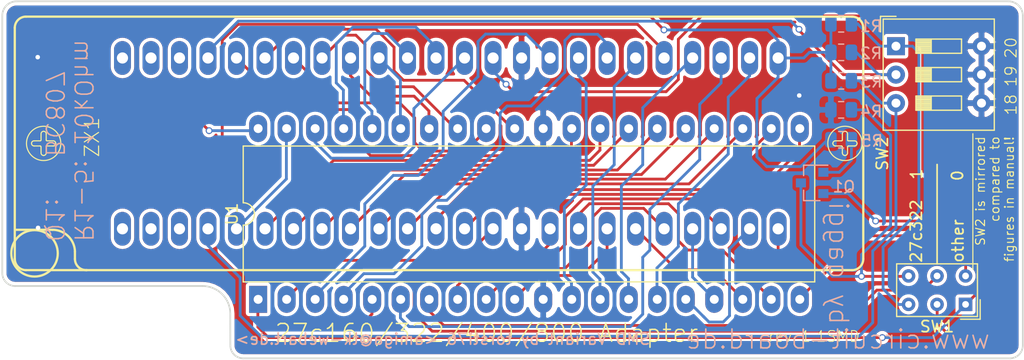
<source format=kicad_pcb>
(kicad_pcb (version 20171130) (host pcbnew 5.1.10)
  (title_block (title "27C160 to TL866 Adapter") (date 2022-01-31) (rev 1.1SMD) (comment 2 "License: GPLv3 License:  GPLv3 (s. license.txt)") (comment 3 "Shrunk and reworked for SMD parts 2022 by Torsten Kurbad <amiga[at]tk-webart.de>") (comment 4 "© 2017 gaggi [https://github.com/gaggi/27c160-tl866-adapter]"))
  (layers (0 Top signal) (31 Bottom signal) (34 B.Paste user) (35 F.Paste user) (36 B.SilkS user) (37 F.SilkS user) (38 B.Mask user) (39 F.Mask user) (44 Edge.Cuts user))
  (net 0 "")
  (net 1 GND)
  (net 2 VCC)
  (net 3 /N$4)
  (net 4 /VPP)
  (net 5 /N$1)
  (net 6 /A20)
  (net 7 /A19)
  (net 8 /A18)
  (net 9 /N$2)
  (net 10 /N$6)
  (net 11 /N$5)
  (net 12 /E)
  (net 13 /D15)
  (net 14 /D14)
  (net 15 /D13)
  (net 16 /D12)
  (net 17 /D11)
  (net 18 /D10)
  (net 19 /D9)
  (net 20 /D8)
  (net 21 /D7)
  (net 22 /D6)
  (net 23 /D5)
  (net 24 /D4)
  (net 25 /D3)
  (net 26 /D2)
  (net 27 /D1)
  (net 28 /D0)
  (net 29 /A0)
  (net 30 /A1)
  (net 31 /A2)
  (net 32 /A3)
  (net 33 /A4)
  (net 34 /A5)
  (net 35 /A6)
  (net 36 /A7)
  (net 37 /A8)
  (net 38 /A9)
  (net 39 /A10)
  (net 40 /A11)
  (net 41 /A12)
  (net 42 /A13)
  (net 43 /A14)
  (net 44 /A15)
  (net 45 /A16)
  (net 46 /A17)
  (module 27C160_Adapter:3M_248-3345 (layer Top) (at 150.4061 96.1136)
    (fp_text reference ZX1 (at -35.0961 -0.5536 90) (layer F.SilkS) (effects (font (size 1.27 1.27) (thickness 0.1016))))
    (fp_text value 3M_248-3345 hide)
    (pad 48 thru_hole oval (at -32.385 -7.62 180) (size 1.50622 3.01498) (drill 0.99822) (layers *.Cu *.Paste *.Mask))
    (pad 47 thru_hole oval (at -29.845 -7.62 180) (size 1.50622 3.01498) (drill 0.99822) (layers *.Cu *.Paste *.Mask))
    (pad 46 thru_hole oval (at -27.305 -7.62 180) (size 1.50622 3.01498) (drill 0.99822) (layers *.Cu *.Paste *.Mask))
    (pad 45 thru_hole oval (at -24.765 -7.62 180) (size 1.50622 3.01498) (drill 0.99822) (layers *.Cu *.Paste *.Mask) (net 7 /A19))
    (pad 44 thru_hole oval (at -22.225 -7.62 180) (size 1.50622 3.01498) (drill 0.99822) (layers *.Cu *.Paste *.Mask) (net 37 /A8))
    (pad 43 thru_hole oval (at -19.685 -7.62 180) (size 1.50622 3.01498) (drill 0.99822) (layers *.Cu *.Paste *.Mask) (net 38 /A9))
    (pad 42 thru_hole oval (at -17.145 -7.62 180) (size 1.50622 3.01498) (drill 0.99822) (layers *.Cu *.Paste *.Mask) (net 39 /A10))
    (pad 41 thru_hole oval (at -14.605 -7.62 180) (size 1.50622 3.01498) (drill 0.99822) (layers *.Cu *.Paste *.Mask) (net 40 /A11))
    (pad 40 thru_hole oval (at -12.065 -7.62 180) (size 1.50622 3.01498) (drill 0.99822) (layers *.Cu *.Paste *.Mask) (net 41 /A12))
    (pad 39 thru_hole oval (at -9.525 -7.62 180) (size 1.50622 3.01498) (drill 0.99822) (layers *.Cu *.Paste *.Mask) (net 42 /A13))
    (pad 38 thru_hole oval (at -6.985 -7.62 180) (size 1.50622 3.01498) (drill 0.99822) (layers *.Cu *.Paste *.Mask) (net 43 /A14))
    (pad 37 thru_hole oval (at -4.445 -7.62 180) (size 1.50622 3.01498) (drill 0.99822) (layers *.Cu *.Paste *.Mask) (net 44 /A15))
    (pad 36 thru_hole oval (at -1.905 -7.62 180) (size 1.50622 3.01498) (drill 0.99822) (layers *.Cu *.Paste *.Mask) (net 45 /A16))
    (pad 35 thru_hole oval (at 0.635 -7.62 180) (size 1.50622 3.01498) (drill 0.99822) (layers *.Cu *.Paste *.Mask) (net 9 /N$2))
    (pad 34 thru_hole oval (at 3.175 -7.62 180) (size 1.50622 3.01498) (drill 0.99822) (layers *.Cu *.Paste *.Mask) (net 1 GND))
    (pad 33 thru_hole oval (at 5.715 -7.62 180) (size 1.50622 3.01498) (drill 0.99822) (layers *.Cu *.Paste *.Mask) (net 13 /D15))
    (pad 32 thru_hole oval (at 8.255 -7.62 180) (size 1.50622 3.01498) (drill 0.99822) (layers *.Cu *.Paste *.Mask) (net 21 /D7))
    (pad 31 thru_hole oval (at 10.795 -7.62 180) (size 1.50622 3.01498) (drill 0.99822) (layers *.Cu *.Paste *.Mask) (net 14 /D14))
    (pad 30 thru_hole oval (at 13.335 -7.62 180) (size 1.50622 3.01498) (drill 0.99822) (layers *.Cu *.Paste *.Mask) (net 22 /D6))
    (pad 29 thru_hole oval (at 15.875 -7.62 180) (size 1.50622 3.01498) (drill 0.99822) (layers *.Cu *.Paste *.Mask) (net 15 /D13))
    (pad 28 thru_hole oval (at 18.415 -7.62 180) (size 1.50622 3.01498) (drill 0.99822) (layers *.Cu *.Paste *.Mask) (net 23 /D5))
    (pad 27 thru_hole oval (at 20.955 -7.62 180) (size 1.50622 3.01498) (drill 0.99822) (layers *.Cu *.Paste *.Mask) (net 16 /D12))
    (pad 26 thru_hole oval (at 23.495 -7.62 180) (size 1.50622 3.01498) (drill 0.99822) (layers *.Cu *.Paste *.Mask) (net 24 /D4))
    (pad 25 thru_hole oval (at 26.035 -7.62 180) (size 1.50622 3.01498) (drill 0.99822) (layers *.Cu *.Paste *.Mask) (net 2 VCC))
    (pad 24 thru_hole oval (at 26.035 7.62 180) (size 1.50622 3.01498) (drill 0.99822) (layers *.Cu *.Paste *.Mask) (net 17 /D11))
    (pad 23 thru_hole oval (at 23.495 7.62 180) (size 1.50622 3.01498) (drill 0.99822) (layers *.Cu *.Paste *.Mask) (net 25 /D3))
    (pad 22 thru_hole oval (at 20.955 7.62 180) (size 1.50622 3.01498) (drill 0.99822) (layers *.Cu *.Paste *.Mask) (net 18 /D10))
    (pad 21 thru_hole oval (at 18.415 7.62 180) (size 1.50622 3.01498) (drill 0.99822) (layers *.Cu *.Paste *.Mask) (net 26 /D2))
    (pad 20 thru_hole oval (at 15.875 7.62 180) (size 1.50622 3.01498) (drill 0.99822) (layers *.Cu *.Paste *.Mask) (net 19 /D9))
    (pad 19 thru_hole oval (at 13.335 7.62 180) (size 1.50622 3.01498) (drill 0.99822) (layers *.Cu *.Paste *.Mask) (net 27 /D1))
    (pad 18 thru_hole oval (at 10.795 7.62 180) (size 1.50622 3.01498) (drill 0.99822) (layers *.Cu *.Paste *.Mask) (net 20 /D8))
    (pad 17 thru_hole oval (at 8.255 7.62 180) (size 1.50622 3.01498) (drill 0.99822) (layers *.Cu *.Paste *.Mask) (net 28 /D0))
    (pad 16 thru_hole oval (at 5.715 7.62 180) (size 1.50622 3.01498) (drill 0.99822) (layers *.Cu *.Paste *.Mask) (net 10 /N$6))
    (pad 15 thru_hole oval (at 3.175 7.62 180) (size 1.50622 3.01498) (drill 0.99822) (layers *.Cu *.Paste *.Mask) (net 1 GND))
    (pad 14 thru_hole oval (at 0.635 7.62 180) (size 1.50622 3.01498) (drill 0.99822) (layers *.Cu *.Paste *.Mask) (net 12 /E))
    (pad 13 thru_hole oval (at -1.905 7.62 180) (size 1.50622 3.01498) (drill 0.99822) (layers *.Cu *.Paste *.Mask) (net 29 /A0))
    (pad 12 thru_hole oval (at -4.445 7.62 180) (size 1.50622 3.01498) (drill 0.99822) (layers *.Cu *.Paste *.Mask) (net 30 /A1))
    (pad 11 thru_hole oval (at -6.985 7.62 180) (size 1.50622 3.01498) (drill 0.99822) (layers *.Cu *.Paste *.Mask) (net 31 /A2))
    (pad 10 thru_hole oval (at -9.525 7.62 180) (size 1.50622 3.01498) (drill 0.99822) (layers *.Cu *.Paste *.Mask) (net 32 /A3))
    (pad 9 thru_hole oval (at -12.065 7.62 180) (size 1.50622 3.01498) (drill 0.99822) (layers *.Cu *.Paste *.Mask) (net 33 /A4))
    (pad 8 thru_hole oval (at -14.605 7.62 180) (size 1.50622 3.01498) (drill 0.99822) (layers *.Cu *.Paste *.Mask) (net 34 /A5))
    (pad 7 thru_hole oval (at -17.145 7.62 180) (size 1.50622 3.01498) (drill 0.99822) (layers *.Cu *.Paste *.Mask) (net 35 /A6))
    (pad 6 thru_hole oval (at -19.685 7.62 180) (size 1.50622 3.01498) (drill 0.99822) (layers *.Cu *.Paste *.Mask) (net 36 /A7))
    (pad 5 thru_hole oval (at -22.225 7.62 180) (size 1.50622 3.01498) (drill 0.99822) (layers *.Cu *.Paste *.Mask) (net 46 /A17))
    (pad 4 thru_hole oval (at -24.765 7.62 180) (size 1.50622 3.01498) (drill 0.99822) (layers *.Cu *.Paste *.Mask) (net 8 /A18))
    (pad 3 thru_hole oval (at -27.305 7.62 180) (size 1.50622 3.01498) (drill 0.99822) (layers *.Cu *.Paste *.Mask))
    (pad 2 thru_hole oval (at -29.845 7.62 180) (size 1.50622 3.01498) (drill 0.99822) (layers *.Cu *.Paste *.Mask))
    (pad 1 thru_hole oval (at -32.385 7.62 180) (size 1.50622 3.01498) (drill 0.99822) (layers *.Cu *.Paste *.Mask))
  )
  (module Package_DIP:DIP-40_W15.24mm_LongPads (layer Top) (at 130.11 110.03 90)
    (fp_text reference U1 (at 7.62 -2.33 90) (layer F.SilkS))
    (fp_text value 27C4002)
    (pad 40 thru_hole oval (at 15.24 0 90) (size 2.4 1.6) (drill 0.8) (layers *.Cu *.Mask) (net 2 VCC))
    (pad 20 thru_hole oval (at 0 48.26 90) (size 2.4 1.6) (drill 0.8) (layers *.Cu *.Mask) (net 11 /N$5))
    (pad 39 thru_hole oval (at 15.24 2.54 90) (size 2.4 1.6) (drill 0.8) (layers *.Cu *.Mask) (net 46 /A17))
    (pad 19 thru_hole oval (at 0 45.72 90) (size 2.4 1.6) (drill 0.8) (layers *.Cu *.Mask) (net 28 /D0))
    (pad 38 thru_hole oval (at 15.24 5.08 90) (size 2.4 1.6) (drill 0.8) (layers *.Cu *.Mask) (net 45 /A16))
    (pad 18 thru_hole oval (at 0 43.18 90) (size 2.4 1.6) (drill 0.8) (layers *.Cu *.Mask) (net 27 /D1))
    (pad 37 thru_hole oval (at 15.24 7.62 90) (size 2.4 1.6) (drill 0.8) (layers *.Cu *.Mask) (net 44 /A15))
    (pad 17 thru_hole oval (at 0 40.64 90) (size 2.4 1.6) (drill 0.8) (layers *.Cu *.Mask) (net 26 /D2))
    (pad 36 thru_hole oval (at 15.24 10.16 90) (size 2.4 1.6) (drill 0.8) (layers *.Cu *.Mask) (net 43 /A14))
    (pad 16 thru_hole oval (at 0 38.1 90) (size 2.4 1.6) (drill 0.8) (layers *.Cu *.Mask) (net 25 /D3))
    (pad 35 thru_hole oval (at 15.24 12.7 90) (size 2.4 1.6) (drill 0.8) (layers *.Cu *.Mask) (net 42 /A13))
    (pad 15 thru_hole oval (at 0 35.56 90) (size 2.4 1.6) (drill 0.8) (layers *.Cu *.Mask) (net 24 /D4))
    (pad 34 thru_hole oval (at 15.24 15.24 90) (size 2.4 1.6) (drill 0.8) (layers *.Cu *.Mask) (net 41 /A12))
    (pad 14 thru_hole oval (at 0 33.02 90) (size 2.4 1.6) (drill 0.8) (layers *.Cu *.Mask) (net 23 /D5))
    (pad 33 thru_hole oval (at 15.24 17.78 90) (size 2.4 1.6) (drill 0.8) (layers *.Cu *.Mask) (net 40 /A11))
    (pad 13 thru_hole oval (at 0 30.48 90) (size 2.4 1.6) (drill 0.8) (layers *.Cu *.Mask) (net 22 /D6))
    (pad 32 thru_hole oval (at 15.24 20.32 90) (size 2.4 1.6) (drill 0.8) (layers *.Cu *.Mask) (net 39 /A10))
    (pad 12 thru_hole oval (at 0 27.94 90) (size 2.4 1.6) (drill 0.8) (layers *.Cu *.Mask) (net 21 /D7))
    (pad 31 thru_hole oval (at 15.24 22.86 90) (size 2.4 1.6) (drill 0.8) (layers *.Cu *.Mask) (net 38 /A9))
    (pad 11 thru_hole oval (at 0 25.4 90) (size 2.4 1.6) (drill 0.8) (layers *.Cu *.Mask) (net 1 GND))
    (pad 30 thru_hole oval (at 15.24 25.4 90) (size 2.4 1.6) (drill 0.8) (layers *.Cu *.Mask) (net 1 GND))
    (pad 10 thru_hole oval (at 0 22.86 90) (size 2.4 1.6) (drill 0.8) (layers *.Cu *.Mask) (net 20 /D8))
    (pad 29 thru_hole oval (at 15.24 27.94 90) (size 2.4 1.6) (drill 0.8) (layers *.Cu *.Mask) (net 37 /A8))
    (pad 9 thru_hole oval (at 0 20.32 90) (size 2.4 1.6) (drill 0.8) (layers *.Cu *.Mask) (net 19 /D9))
    (pad 28 thru_hole oval (at 15.24 30.48 90) (size 2.4 1.6) (drill 0.8) (layers *.Cu *.Mask) (net 36 /A7))
    (pad 8 thru_hole oval (at 0 17.78 90) (size 2.4 1.6) (drill 0.8) (layers *.Cu *.Mask) (net 18 /D10))
    (pad 27 thru_hole oval (at 15.24 33.02 90) (size 2.4 1.6) (drill 0.8) (layers *.Cu *.Mask) (net 35 /A6))
    (pad 7 thru_hole oval (at 0 15.24 90) (size 2.4 1.6) (drill 0.8) (layers *.Cu *.Mask) (net 17 /D11))
    (pad 26 thru_hole oval (at 15.24 35.56 90) (size 2.4 1.6) (drill 0.8) (layers *.Cu *.Mask) (net 34 /A5))
    (pad 6 thru_hole oval (at 0 12.7 90) (size 2.4 1.6) (drill 0.8) (layers *.Cu *.Mask) (net 16 /D12))
    (pad 25 thru_hole oval (at 15.24 38.1 90) (size 2.4 1.6) (drill 0.8) (layers *.Cu *.Mask) (net 33 /A4))
    (pad 5 thru_hole oval (at 0 10.16 90) (size 2.4 1.6) (drill 0.8) (layers *.Cu *.Mask) (net 15 /D13))
    (pad 24 thru_hole oval (at 15.24 40.64 90) (size 2.4 1.6) (drill 0.8) (layers *.Cu *.Mask) (net 32 /A3))
    (pad 4 thru_hole oval (at 0 7.62 90) (size 2.4 1.6) (drill 0.8) (layers *.Cu *.Mask) (net 14 /D14))
    (pad 23 thru_hole oval (at 15.24 43.18 90) (size 2.4 1.6) (drill 0.8) (layers *.Cu *.Mask) (net 31 /A2))
    (pad 3 thru_hole oval (at 0 5.08 90) (size 2.4 1.6) (drill 0.8) (layers *.Cu *.Mask) (net 13 /D15))
    (pad 22 thru_hole oval (at 15.24 45.72 90) (size 2.4 1.6) (drill 0.8) (layers *.Cu *.Mask) (net 30 /A1))
    (pad 2 thru_hole oval (at 0 2.54 90) (size 2.4 1.6) (drill 0.8) (layers *.Cu *.Mask) (net 12 /E))
    (pad 21 thru_hole oval (at 15.24 48.26 90) (size 2.4 1.6) (drill 0.8) (layers *.Cu *.Mask) (net 29 /A0))
    (pad 1 thru_hole rect (at 0 0 90) (size 2.4 1.6) (drill 0.8) (layers *.Cu *.Mask) (net 4 /VPP))
  )
  (module Button_Switch_THT:SW_NKK_GW12LJP (layer Top) (at 193.14 110.48 180)
    (fp_text reference SW1 (at 2.54 -1.98) (layer F.SilkS))
    (fp_text value MS22D16)
    (pad 6 thru_hole circle (at 5.08 2.54 180) (size 1.2 1.2) (drill 0.6) (layers *.Cu *.Mask) (net 3 /N$4))
    (pad 3 thru_hole circle (at 5.08 0 180) (size 1.2 1.2) (drill 0.6) (layers *.Cu *.Mask) (net 6 /A20))
    (pad 5 thru_hole circle (at 2.54 2.54 180) (size 1.2 1.2) (drill 0.6) (layers *.Cu *.Mask) (net 10 /N$6))
    (pad 2 thru_hole circle (at 2.54 0 180) (size 1.2 1.2) (drill 0.6) (layers *.Cu *.Mask) (net 9 /N$2))
    (pad 4 thru_hole circle (at 0 2.54 180) (size 1.2 1.2) (drill 0.6) (layers *.Cu *.Mask) (net 11 /N$5))
    (pad 1 thru_hole rect (at 0 0 180) (size 1.2 1.2) (drill 0.6) (layers *.Cu *.Mask) (net 4 /VPP))
  )
  (module Button_Switch_THT:SW_DIP_SPSTx03_Slide_9.78x9.8mm_W7.62mm_P2.54mm (layer Top) (at 186.94 87.44)
    (fp_text reference SW2 (at -1.22 9.58 90) (layer F.SilkS))
    (fp_text value DIP)
    (pad 6 thru_hole oval (at 7.62 0) (size 1.6 1.6) (drill 0.8) (layers *.Cu *.Mask) (net 1 GND))
    (pad 3 thru_hole oval (at 0 5.08) (size 1.6 1.6) (drill 0.8) (layers *.Cu *.Mask) (net 8 /A18))
    (pad 5 thru_hole oval (at 7.62 2.54) (size 1.6 1.6) (drill 0.8) (layers *.Cu *.Mask) (net 1 GND))
    (pad 2 thru_hole oval (at 0 2.54) (size 1.6 1.6) (drill 0.8) (layers *.Cu *.Mask) (net 7 /A19))
    (pad 4 thru_hole oval (at 7.62 5.08) (size 1.6 1.6) (drill 0.8) (layers *.Cu *.Mask) (net 1 GND))
    (pad 1 thru_hole rect (at 0 0) (size 1.6 1.6) (drill 0.8) (layers *.Cu *.Mask) (net 6 /A20))
  )
  (module Resistor_SMD:R_0805_2012Metric (layer Bottom) (at 182.0564 95.79)
    (fp_text reference R5 (at 2.7436 0.1061 180) (layer B.SilkS) (effects (justify mirror)))
    (fp_text value 10k)
    (pad 2 smd roundrect (at 0.9125 0) (size 1.025 1.4) (layers Bottom B.Paste B.Mask) (roundrect_rratio 0.2439014634146341) (net 5 /N$1))
    (pad 1 smd roundrect (at -0.9125 0) (size 1.025 1.4) (layers Bottom B.Paste B.Mask) (roundrect_rratio 0.2439014634146341) (net 2 VCC))
  )
  (module Resistor_SMD:R_0805_2012Metric (layer Bottom) (at 182.0564 93.12)
    (fp_text reference R4 (at 2.6836 0.15 180) (layer B.SilkS) (effects (justify mirror)))
    (fp_text value 10k)
    (pad 2 smd roundrect (at 0.9125 0) (size 1.025 1.4) (layers Bottom B.Paste B.Mask) (roundrect_rratio 0.2439014634146341) (net 3 /N$4))
    (pad 1 smd roundrect (at -0.9125 0) (size 1.025 1.4) (layers Bottom B.Paste B.Mask) (roundrect_rratio 0.2439014634146341) (net 1 GND))
  )
  (module Resistor_SMD:R_0805_2012Metric (layer Bottom) (at 182.0564 90.53 180)
    (fp_text reference R3 (at -2.6936 -0.0861 180) (layer B.SilkS) (effects (justify mirror)))
    (fp_text value 10k)
    (pad 2 smd roundrect (at 0.9125 0 180) (size 1.025 1.4) (layers Bottom B.Paste B.Mask) (roundrect_rratio 0.2439014634146341) (net 2 VCC))
    (pad 1 smd roundrect (at -0.9125 0 180) (size 1.025 1.4) (layers Bottom B.Paste B.Mask) (roundrect_rratio 0.2439014634146341) (net 8 /A18))
  )
  (module Resistor_SMD:R_0805_2012Metric (layer Bottom) (at 182.0564 87.99 180)
    (fp_text reference R2 (at -2.6636 -0.0861 180) (layer B.SilkS) (effects (justify mirror)))
    (fp_text value 10k)
    (pad 2 smd roundrect (at 0.9125 0 180) (size 1.025 1.4) (layers Bottom B.Paste B.Mask) (roundrect_rratio 0.2439014634146341) (net 2 VCC))
    (pad 1 smd roundrect (at -0.9125 0 180) (size 1.025 1.4) (layers Bottom B.Paste B.Mask) (roundrect_rratio 0.2439014634146341) (net 7 /A19))
  )
  (module Resistor_SMD:R_0805_2012Metric (layer Bottom) (at 182.0564 85.4439 180)
    (fp_text reference R1 (at -2.6636 -0.2161 180) (layer B.SilkS) (effects (justify mirror)))
    (fp_text value 10k)
    (pad 2 smd roundrect (at 0.9125 0 180) (size 1.025 1.4) (layers Bottom B.Paste B.Mask) (roundrect_rratio 0.2439014634146341) (net 2 VCC))
    (pad 1 smd roundrect (at -0.9125 0 180) (size 1.025 1.4) (layers Bottom B.Paste B.Mask) (roundrect_rratio 0.2439014634146341) (net 6 /A20))
  )
  (module Package_TO_SOT_SMD:SOT-23 (layer Bottom) (at 179.47 99.64 180)
    (fp_text reference Q1 (at -2.83 -0.34) (layer B.SilkS) (effects (justify mirror)))
    (fp_text value BC807)
    (pad 3 smd rect (at 1 0 180) (size 0.9 0.8) (layers Bottom B.Paste B.Mask) (net 3 /N$4))
    (pad 2 smd rect (at -1 -0.95 180) (size 0.9 0.8) (layers Bottom B.Paste B.Mask) (net 4 /VPP))
    (pad 1 smd rect (at -1 0.95 180) (size 0.9 0.8) (layers Bottom B.Paste B.Mask) (net 5 /N$1))
  )
  (gr_arc (start 125.15 111.32) (end 127.63 111.32) (angle -90) (layer Edge.Cuts) (width 0.15))
  (gr_line (start 193.79 95.25) (end 193.79 107.38) (layer F.SilkS) (width 0.1))
  (gr_text "SW2 is mirrored\ncompared to\nfigures in manual!" (at 195.75 95.43 90) (layer F.SilkS) (effects (font (size 0.8 0.8) (thickness 0.1)) (justify right)))
  (gr_text "SMD Variant by torsti76 <amiga@tk-webart.de>" (at 146.56 113.57) (layer B.SilkS) (effects (font (size 1 1)) (justify mirror)))
  (gr_text 0 (at 191.83 99.56 90) (layer F.SilkS) (effects (font (size 1 1)) (justify left top)))
  (gr_text 1 (at 189.35 99.43 90) (layer F.SilkS) (effects (font (size 1 1)) (justify left bottom)))
  (gr_arc (start 108.585 84.709) (end 107.315 84.709) (angle 90) (layer Edge.Cuts) (width 0.15))
  (gr_line (start 107.315 107.696) (end 107.315 84.709) (layer Edge.Cuts) (width 0.15))
  (gr_arc (start 197.095 114.149) (end 198.238 114.149) (angle 90) (layer Edge.Cuts) (width 0.15))
  (gr_arc (start 108.458 107.696) (end 108.458 108.839) (angle 90) (layer Edge.Cuts) (width 0.15))
  (gr_line (start 125.15 108.84) (end 108.458 108.839) (layer Edge.Cuts) (width 0.15))
  (gr_line (start 127.635 114.149) (end 127.63 111.32) (layer Edge.Cuts) (width 0.15))
  (gr_arc (start 128.778 114.149) (end 128.778 115.292) (angle 90) (layer Edge.Cuts) (width 0.15))
  (gr_line (start 197.095 115.292) (end 128.778 115.292) (layer Edge.Cuts) (width 0.15))
  (gr_line (start 198.238 84.709) (end 198.238 114.149) (layer Edge.Cuts) (width 0.15))
  (gr_arc (start 196.968 84.709) (end 196.968 83.439) (angle 90) (layer Edge.Cuts) (width 0.15))
  (gr_line (start 108.585 83.439) (end 196.968 83.439) (layer Edge.Cuts) (width 0.15))
  (gr_text "27c160/322/400/800 Adapter" (at 131.49 113.97) (layer F.SilkS) (effects (font (size 1.59258 1.59258) (thickness 0.134112)) (justify left bottom)))
  (gr_text 18 (at 196.5986 91.643 90) (layer F.SilkS) (effects (font (size 1 1) (thickness 0.1)) (justify right top)))
  (gr_text 19 (at 196.5986 89.103 90) (layer F.SilkS) (effects (font (size 1 1) (thickness 0.1)) (justify right top)))
  (gr_text 20 (at 196.5986 86.563 90) (layer F.SilkS) (effects (font (size 1 1) (thickness 0.1)) (justify right top)))
  (gr_line (start 190.6036 106.8439) (end 190.6036 98) (layer F.SilkS) (width 0.15))
  (gr_text 27c322 (at 189.3336 106.8439 90) (layer F.SilkS) (effects (font (size 1 1)) (justify left bottom)))
  (gr_text other (at 191.8736 106.8439 90) (layer F.SilkS) (effects (font (size 1 1)) (justify left top)))
  (gr_text "R1-5: 10kOhm\nQ1:   BC807" (at 111.0361 105.0036 -90) (layer B.SilkS) (effects (font (size 1.59258 1.59258) (thickness 0.134112)) (justify left bottom mirror)))
  (gr_text www.circuit-board.de (at 168.05 112.6) (layer B.SilkS) (effects (font (size 1.6891 1.6891) (thickness 0.14224)) (justify right top mirror)))
  (gr_text "by gaggi" (at 182.81 101.2 270) (layer B.SilkS) (effects (font (size 1.6891 1.6891) (thickness 0.14224)) (justify right top mirror)))
  (gr_text "rev 1.1SMD" (at 175.49 113.9) (layer F.SilkS) (effects (font (size 0.9652 0.9652) (thickness 0.08128)) (justify left bottom)))
  (via (at 110.47 88.42) (size 0.6) (drill 0.4) (layers Top Bottom) (net 1))
  (via (at 110.5 103.65) (size 0.6) (drill 0.4) (layers Top Bottom) (net 1))
  (via (at 178.32 91.84) (size 0.6) (drill 0.4) (layers Top Bottom) (net 1))
  (segment (start 181.1439 85.4439) (end 181.1439 90.53) (width 0.25) (layer Bottom) (net 2))
  (segment (start 176.4411 88.4936) (end 178.7264 88.4936) (width 0.25) (layer Bottom) (net 2))
  (segment (start 179.23 87.99) (end 181.1439 87.99) (width 0.25) (layer Bottom) (net 2))
  (segment (start 178.7264 88.4936) (end 179.23 87.99) (width 0.25) (layer Bottom) (net 2))
  (segment (start 181.1439 95.79) (end 180.84 95.79) (width 0.25) (layer Bottom) (net 2))
  (segment (start 180.84 95.79) (end 178.45 98.18) (width 0.25) (layer Bottom) (net 2))
  (segment (start 178.45 98.18) (end 175.42 98.18) (width 0.25) (layer Bottom) (net 2))
  (segment (start 175.42 98.18) (end 174.55 97.31) (width 0.25) (layer Bottom) (net 2))
  (segment (start 174.55 97.31) (end 174.55 92.11) (width 0.25) (layer Bottom) (net 2))
  (segment (start 176.4411 90.2189) (end 176.4411 88.4936) (width 0.25) (layer Bottom) (net 2))
  (segment (start 174.55 92.11) (end 176.4411 90.2189) (width 0.25) (layer Bottom) (net 2))
  (segment (start 176.4411 88.4936) (end 176.4411 86.9411) (width 0.25) (layer Bottom) (net 2))
  (via (at 166.27 85.99) (size 0.6) (drill 0.4) (layers Top Bottom) (net 2))
  (segment (start 175.49 85.99) (end 166.27 85.99) (width 0.25) (layer Bottom) (net 2))
  (segment (start 176.4411 86.9411) (end 175.49 85.99) (width 0.25) (layer Bottom) (net 2))
  (segment (start 166.27 85.99) (end 165.08 84.8) (width 0.25) (layer Top) (net 2))
  (segment (start 165.08 84.8) (end 125.53 84.8) (width 0.25) (layer Top) (net 2))
  (segment (start 125.53 84.8) (end 124.4 85.93) (width 0.25) (layer Top) (net 2))
  (via (at 125.74 94.98) (size 0.6) (drill 0.4) (layers Top Bottom) (net 2))
  (segment (start 124.4 93.64) (end 125.74 94.98) (width 0.25) (layer Top) (net 2))
  (segment (start 124.4 85.93) (end 124.4 93.64) (width 0.25) (layer Top) (net 2))
  (segment (start 130.0747 94.98) (end 130.0861 94.9686) (width 0.25) (layer Bottom) (net 2))
  (segment (start 125.74 94.98) (end 130.0747 94.98) (width 0.25) (layer Bottom) (net 2))
  (segment (start 182.9689 93.12) (end 184.2 93.12) (width 0.25) (layer Bottom) (net 3))
  (segment (start 184.2 93.12) (end 186.46 95.38) (width 0.25) (layer Bottom) (net 3))
  (segment (start 186.46 95.38) (end 186.46 103.44) (width 0.25) (layer Bottom) (net 3))
  (via (at 183.87 107.98) (size 0.6) (drill 0.4) (layers Top Bottom) (net 3))
  (segment (start 183.87 106.03) (end 183.87 107.98) (width 0.25) (layer Bottom) (net 3))
  (segment (start 186.46 103.44) (end 183.87 106.03) (width 0.25) (layer Bottom) (net 3))
  (segment (start 188.04 107.98) (end 188.07 107.95) (width 0.25) (layer Top) (net 3))
  (segment (start 183.87 107.98) (end 188.04 107.98) (width 0.25) (layer Top) (net 3))
  (segment (start 178.47 99.64) (end 178.47 105.18) (width 0.25) (layer Bottom) (net 3))
  (segment (start 181.27 107.98) (end 183.87 107.98) (width 0.25) (layer Bottom) (net 3))
  (segment (start 178.47 105.18) (end 181.27 107.98) (width 0.25) (layer Bottom) (net 3))
  (via (at 185.72 113.44) (size 0.6) (drill 0.4) (layers Top Bottom) (net 4))
  (segment (start 190.2 113.44) (end 185.72 113.44) (width 0.25) (layer Bottom) (net 4))
  (segment (start 193.15 110.49) (end 190.2 113.44) (width 0.25) (layer Bottom) (net 4))
  (segment (start 185.72 113.44) (end 131.03 113.44) (width 0.25) (layer Top) (net 4))
  (segment (start 130.0861 112.4961) (end 130.0861 109.9586) (width 0.25) (layer Top) (net 4))
  (segment (start 131.03 113.44) (end 130.0861 112.4961) (width 0.25) (layer Top) (net 4))
  (via (at 185.13 103.04) (size 0.6) (drill 0.4) (layers Top Bottom) (net 4))
  (segment (start 182.68 100.59) (end 185.13 103.04) (width 0.25) (layer Bottom) (net 4))
  (segment (start 180.47 100.59) (end 182.68 100.59) (width 0.25) (layer Bottom) (net 4))
  (segment (start 185.13 103.04) (end 192.06 103.04) (width 0.25) (layer Top) (net 4))
  (segment (start 192.06 103.04) (end 194.74 105.72) (width 0.25) (layer Top) (net 4))
  (segment (start 194.74 108.9) (end 193.15 110.49) (width 0.25) (layer Top) (net 4))
  (segment (start 194.74 105.72) (end 194.74 108.9) (width 0.25) (layer Top) (net 4))
  (segment (start 180.47 98.69) (end 181.88 98.69) (width 0.25) (layer Bottom) (net 5))
  (segment (start 182.9689 97.6011) (end 182.9689 95.79) (width 0.25) (layer Bottom) (net 5))
  (segment (start 181.88 98.69) (end 182.9689 97.6011) (width 0.25) (layer Bottom) (net 5))
  (segment (start 182.9689 85.4439) (end 183.5139 85.4439) (width 0.25) (layer Bottom) (net 6))
  (segment (start 185.51 87.44) (end 186.94 87.44) (width 0.25) (layer Bottom) (net 6))
  (segment (start 183.5139 85.4439) (end 185.51 87.44) (width 0.25) (layer Bottom) (net 6))
  (segment (start 188.07 110.49) (end 187.19 110.49) (width 0.25) (layer Bottom) (net 6))
  (segment (start 187.19 110.49) (end 185.79 109.09) (width 0.25) (layer Bottom) (net 6))
  (segment (start 185.79 105.359092) (end 188.98 102.169092) (width 0.25) (layer Bottom) (net 6))
  (segment (start 185.79 109.09) (end 185.79 105.359092) (width 0.25) (layer Bottom) (net 6))
  (segment (start 188.98 102.169092) (end 188.98 88.01) (width 0.25) (layer Bottom) (net 6))
  (segment (start 188.41 87.44) (end 186.94 87.44) (width 0.25) (layer Bottom) (net 6))
  (segment (start 188.98 88.01) (end 188.41 87.44) (width 0.25) (layer Bottom) (net 6))
  (segment (start 182.9689 87.99) (end 183.4 87.99) (width 0.25) (layer Bottom) (net 7))
  (segment (start 185.39 89.98) (end 186.94 89.98) (width 0.25) (layer Bottom) (net 7))
  (segment (start 183.4 87.99) (end 185.39 89.98) (width 0.25) (layer Bottom) (net 7))
  (segment (start 186.94 89.98) (end 182.25 89.98) (width 0.25) (layer Top) (net 7))
  (via (at 178.3 85.93) (size 0.6) (drill 0.4) (layers Top Bottom) (net 7))
  (segment (start 178.3 86.03) (end 178.3 85.93) (width 0.25) (layer Top) (net 7))
  (segment (start 182.25 89.98) (end 178.3 86.03) (width 0.25) (layer Top) (net 7))
  (segment (start 177.58 85.21) (end 178.3 85.93) (width 0.25) (layer Bottom) (net 7))
  (segment (start 128.34 85.21) (end 177.58 85.21) (width 0.25) (layer Bottom) (net 7))
  (segment (start 125.6411 87.9089) (end 128.34 85.21) (width 0.25) (layer Bottom) (net 7))
  (segment (start 125.6411 88.4936) (end 125.6411 87.9089) (width 0.25) (layer Bottom) (net 7))
  (segment (start 182.9689 90.53) (end 183.68 90.53) (width 0.25) (layer Bottom) (net 8))
  (segment (start 185.67 92.52) (end 186.94 92.52) (width 0.25) (layer Bottom) (net 8))
  (segment (start 183.68 90.53) (end 185.67 92.52) (width 0.25) (layer Bottom) (net 8))
  (segment (start 186.94 92.52) (end 186.94 103.64) (width 0.25) (layer Bottom) (net 8))
  (segment (start 186.94 103.64) (end 184.87 105.71) (width 0.25) (layer Bottom) (net 8))
  (segment (start 184.87 109.87) (end 184.87 110.12) (width 0.25) (layer Bottom) (net 8))
  (segment (start 184.87 105.71) (end 184.87 109.87) (width 0.25) (layer Bottom) (net 8))
  (segment (start 184.87 112.1) (end 184.87 109.87) (width 0.25) (layer Bottom) (net 8))
  (segment (start 183.65 113.32) (end 184.87 112.1) (width 0.25) (layer Bottom) (net 8))
  (segment (start 130.35 113.32) (end 183.65 113.32) (width 0.25) (layer Bottom) (net 8))
  (segment (start 128.51 111.48) (end 130.35 113.32) (width 0.25) (layer Bottom) (net 8))
  (segment (start 128.51 108.1) (end 128.51 111.48) (width 0.25) (layer Bottom) (net 8))
  (segment (start 125.6411 105.2311) (end 128.51 108.1) (width 0.25) (layer Bottom) (net 8))
  (segment (start 125.6411 103.7336) (end 125.6411 105.2311) (width 0.25) (layer Bottom) (net 8))
  (via (at 152.2 90.83) (size 0.6) (drill 0.4) (layers Top Bottom) (net 9))
  (segment (start 151.0411 89.6711) (end 152.2 90.83) (width 0.25) (layer Bottom) (net 9))
  (segment (start 151.0411 88.4936) (end 151.0411 89.6711) (width 0.25) (layer Bottom) (net 9))
  (segment (start 190.61 112.16) (end 190.61 110.49) (width 0.25) (layer Top) (net 9))
  (segment (start 167.55 90.41) (end 167.55 86.82) (width 0.25) (layer Top) (net 9))
  (segment (start 152.87 91.5) (end 166.46 91.5) (width 0.25) (layer Top) (net 9))
  (segment (start 167.55 86.82) (end 169.627401 84.742599) (width 0.25) (layer Top) (net 9))
  (segment (start 195.8 105.01) (end 195.8 111.55) (width 0.25) (layer Top) (net 9))
  (segment (start 193.96 113.39) (end 191.84 113.39) (width 0.25) (layer Top) (net 9))
  (segment (start 169.627401 84.742599) (end 187.872599 84.742599) (width 0.25) (layer Top) (net 9))
  (segment (start 152.2 90.83) (end 152.87 91.5) (width 0.25) (layer Top) (net 9))
  (segment (start 187.872599 84.742599) (end 189.32 86.19) (width 0.25) (layer Top) (net 9))
  (segment (start 189.32 86.19) (end 189.32 98.53) (width 0.25) (layer Top) (net 9))
  (segment (start 189.32 98.53) (end 195.8 105.01) (width 0.25) (layer Top) (net 9))
  (segment (start 195.8 111.55) (end 193.96 113.39) (width 0.25) (layer Top) (net 9))
  (segment (start 166.46 91.5) (end 167.55 90.41) (width 0.25) (layer Top) (net 9))
  (segment (start 191.84 113.39) (end 190.61 112.16) (width 0.25) (layer Top) (net 9))
  (segment (start 189.35 109.21) (end 190.61 107.95) (width 0.25) (layer Top) (net 10))
  (segment (start 145.62 112.87) (end 181.57 112.87) (width 0.25) (layer Top) (net 10))
  (segment (start 185.23 109.21) (end 189.35 109.21) (width 0.25) (layer Top) (net 10))
  (segment (start 148.26 107.48) (end 144.48 107.48) (width 0.25) (layer Top) (net 10))
  (segment (start 144.01 111.26) (end 145.62 112.87) (width 0.25) (layer Top) (net 10))
  (segment (start 149.67 106.07) (end 148.26 107.48) (width 0.25) (layer Top) (net 10))
  (segment (start 181.57 112.87) (end 185.23 109.21) (width 0.25) (layer Top) (net 10))
  (segment (start 155.1 106.07) (end 149.67 106.07) (width 0.25) (layer Top) (net 10))
  (segment (start 144.01 107.95) (end 144.01 111.26) (width 0.25) (layer Top) (net 10))
  (segment (start 156.1211 105.0489) (end 155.1 106.07) (width 0.25) (layer Top) (net 10))
  (segment (start 144.48 107.48) (end 144.01 107.95) (width 0.25) (layer Top) (net 10))
  (segment (start 156.1211 103.7336) (end 156.1211 105.0489) (width 0.25) (layer Top) (net 10))
  (segment (start 193.15 107.95) (end 193.15 105.32) (width 0.25) (layer Top) (net 11))
  (segment (start 193.15 105.32) (end 192.19 104.36) (width 0.25) (layer Top) (net 11))
  (segment (start 183.9447 104.36) (end 178.3461 109.9586) (width 0.25) (layer Top) (net 11))
  (segment (start 192.19 104.36) (end 183.9447 104.36) (width 0.25) (layer Top) (net 11))
  (segment (start 151.0411 103.7336) (end 148.2236 106.5511) (width 0.25) (layer Top) (net 12))
  (segment (start 148.2236 106.5511) (end 136.0336 106.5511) (width 0.25) (layer Top) (net 12))
  (segment (start 136.0336 106.5511) (end 132.6261 109.9586) (width 0.25) (layer Top) (net 12))
  (segment (start 135.1661 109.7339) (end 135.1661 109.9586) (width 0.25) (layer Bottom) (net 13))
  (segment (start 139.6111 105.2889) (end 135.1661 109.7339) (width 0.25) (layer Bottom) (net 13))
  (segment (start 139.6111 101.5111) (end 139.6111 105.2889) (width 0.25) (layer Bottom) (net 13))
  (segment (start 142.1511 98.9711) (end 139.6111 101.5111) (width 0.25) (layer Bottom) (net 13))
  (segment (start 146.5961 96.7486) (end 144.3736 98.9711) (width 0.25) (layer Bottom) (net 13))
  (segment (start 146.5961 93.2561) (end 146.5961 96.7486) (width 0.25) (layer Bottom) (net 13))
  (segment (start 144.3736 98.9711) (end 142.1511 98.9711) (width 0.25) (layer Bottom) (net 13))
  (segment (start 149.7 90.1522) (end 146.5961 93.2561) (width 0.25) (layer Bottom) (net 13))
  (segment (start 149.7 87.03) (end 149.7 90.1522) (width 0.25) (layer Bottom) (net 13))
  (segment (start 150.37 86.36) (end 149.7 87.03) (width 0.25) (layer Bottom) (net 13))
  (segment (start 153.9875 86.36) (end 150.37 86.36) (width 0.25) (layer Bottom) (net 13))
  (segment (start 156.1211 88.4936) (end 153.9875 86.36) (width 0.25) (layer Bottom) (net 13))
  (segment (start 161.2011 87.2236) (end 161.2011 88.4936) (width 0.25) (layer Bottom) (net 14))
  (segment (start 160.3575 86.38) (end 161.2011 87.2236) (width 0.25) (layer Bottom) (net 14))
  (segment (start 158 86.38) (end 160.3575 86.38) (width 0.25) (layer Bottom) (net 14))
  (segment (start 137.7061 109.9586) (end 137.7061 109.5539) (width 0.25) (layer Bottom) (net 14))
  (segment (start 151.6761 96.4311) (end 151.6761 93.3939) (width 0.25) (layer Bottom) (net 14))
  (segment (start 139.5208 107.7392) (end 142.2208 107.7392) (width 0.25) (layer Bottom) (net 14))
  (segment (start 157.4351 86.9449) (end 158 86.38) (width 0.25) (layer Bottom) (net 14))
  (segment (start 145.9611 101.1936) (end 146.9136 101.1936) (width 0.25) (layer Bottom) (net 14))
  (segment (start 142.2208 107.7392) (end 144.6911 105.2689) (width 0.25) (layer Bottom) (net 14))
  (segment (start 144.6911 105.2689) (end 144.6911 102.4636) (width 0.25) (layer Bottom) (net 14))
  (segment (start 146.9136 101.1936) (end 151.6761 96.4311) (width 0.25) (layer Bottom) (net 14))
  (segment (start 144.6911 102.4636) (end 145.9611 101.1936) (width 0.25) (layer Bottom) (net 14))
  (segment (start 157.4351 89.7677) (end 157.4351 86.9449) (width 0.25) (layer Bottom) (net 14))
  (segment (start 137.7061 109.5539) (end 139.5208 107.7392) (width 0.25) (layer Bottom) (net 14))
  (segment (start 151.6761 93.3939) (end 152.29 92.78) (width 0.25) (layer Bottom) (net 14))
  (segment (start 152.29 92.78) (end 154.4228 92.78) (width 0.25) (layer Bottom) (net 14))
  (segment (start 154.4228 92.78) (end 157.4351 89.7677) (width 0.25) (layer Bottom) (net 14))
  (segment (start 166.2811 88.4936) (end 166.2811 87.8586) (width 0.25) (layer Top) (net 15))
  (segment (start 166.2811 87.8586) (end 163.9125 85.49) (width 0.25) (layer Top) (net 15))
  (segment (start 128.3272 85.49) (end 126.9111 86.9061) (width 0.25) (layer Top) (net 15))
  (segment (start 126.9111 86.9061) (end 126.9111 105.6386) (width 0.25) (layer Top) (net 15))
  (segment (start 126.9111 105.6386) (end 128.1811 106.9086) (width 0.25) (layer Top) (net 15))
  (segment (start 128.1811 106.9086) (end 130.0861 106.9086) (width 0.25) (layer Top) (net 15))
  (segment (start 130.0861 106.9086) (end 131.3561 108.1786) (width 0.25) (layer Top) (net 15))
  (segment (start 131.3561 108.1786) (end 131.3561 111.6711) (width 0.25) (layer Top) (net 15))
  (segment (start 131.3561 111.6711) (end 131.9911 112.3061) (width 0.25) (layer Top) (net 15))
  (segment (start 131.9911 112.3061) (end 139.2936 112.3061) (width 0.25) (layer Top) (net 15))
  (segment (start 139.2936 112.3061) (end 140.2461 111.3536) (width 0.25) (layer Top) (net 15))
  (segment (start 140.2461 111.3536) (end 140.2461 109.9586) (width 0.25) (layer Top) (net 15))
  (segment (start 163.9125 85.49) (end 128.3272 85.49) (width 0.25) (layer Top) (net 15))
  (segment (start 142.7861 111.6873) (end 142.7861 109.9586) (width 0.25) (layer Bottom) (net 16))
  (segment (start 163.2697 112.46) (end 143.5588 112.46) (width 0.25) (layer Bottom) (net 16))
  (segment (start 164.3761 111.3536) (end 163.2697 112.46) (width 0.25) (layer Bottom) (net 16))
  (segment (start 164.3761 106.2736) (end 164.3761 111.3536) (width 0.25) (layer Bottom) (net 16))
  (segment (start 165.0111 105.6386) (end 164.3761 106.2736) (width 0.25) (layer Bottom) (net 16))
  (segment (start 169.4561 97.5639) (end 165.0111 102.0089) (width 0.25) (layer Bottom) (net 16))
  (segment (start 165.0111 102.0089) (end 165.0111 105.6386) (width 0.25) (layer Bottom) (net 16))
  (segment (start 169.4561 92.6211) (end 169.4561 97.5639) (width 0.25) (layer Bottom) (net 16))
  (segment (start 171.3611 90.7161) (end 169.4561 92.6211) (width 0.25) (layer Bottom) (net 16))
  (segment (start 143.5588 112.46) (end 142.7861 111.6873) (width 0.25) (layer Bottom) (net 16))
  (segment (start 171.3611 88.4936) (end 171.3611 90.7161) (width 0.25) (layer Bottom) (net 16))
  (segment (start 176.4411 103.7336) (end 176.4411 106.9086) (width 0.25) (layer Top) (net 17))
  (segment (start 176.4411 106.9086) (end 177.0761 107.5436) (width 0.25) (layer Top) (net 17))
  (segment (start 177.0761 107.5436) (end 177.0761 111.3536) (width 0.25) (layer Top) (net 17))
  (segment (start 145.3261 111.0361) (end 145.3261 109.9586) (width 0.25) (layer Top) (net 17))
  (segment (start 146.65 112.36) (end 145.3261 111.0361) (width 0.25) (layer Top) (net 17))
  (segment (start 176.0697 112.36) (end 146.65 112.36) (width 0.25) (layer Top) (net 17))
  (segment (start 177.0761 111.3536) (end 176.0697 112.36) (width 0.25) (layer Top) (net 17))
  (segment (start 147.8661 108.8136) (end 147.8661 109.9586) (width 0.25) (layer Top) (net 18))
  (segment (start 150.0586 106.6211) (end 147.8661 108.8136) (width 0.25) (layer Top) (net 18))
  (segment (start 155.9715 106.6211) (end 150.0586 106.6211) (width 0.25) (layer Top) (net 18))
  (segment (start 157.4817 105.1109) (end 155.9715 106.6211) (width 0.25) (layer Top) (net 18))
  (segment (start 157.4817 102.6423) (end 157.4817 105.1109) (width 0.25) (layer Top) (net 18))
  (segment (start 159.054 101.07) (end 157.4817 102.6423) (width 0.25) (layer Top) (net 18))
  (segment (start 168.6975 101.07) (end 159.054 101.07) (width 0.25) (layer Top) (net 18))
  (segment (start 171.3611 103.7336) (end 168.6975 101.07) (width 0.25) (layer Top) (net 18))
  (segment (start 157.4407 107.2805) (end 153.0842 107.2805) (width 0.25) (layer Top) (net 19))
  (segment (start 159.95 104.7712) (end 157.4407 107.2805) (width 0.25) (layer Top) (net 19))
  (segment (start 159.95 102.6401) (end 159.95 104.7712) (width 0.25) (layer Top) (net 19))
  (segment (start 160.6801 101.91) (end 159.95 102.6401) (width 0.25) (layer Top) (net 19))
  (segment (start 164.4575 101.91) (end 160.6801 101.91) (width 0.25) (layer Top) (net 19))
  (segment (start 153.0842 107.2805) (end 150.4061 109.9586) (width 0.25) (layer Top) (net 19))
  (segment (start 166.2811 103.7336) (end 164.4575 101.91) (width 0.25) (layer Top) (net 19))
  (segment (start 158.9386 107.9011) (end 155.0036 107.9011) (width 0.25) (layer Top) (net 20))
  (segment (start 155.0036 107.9011) (end 152.9461 109.9586) (width 0.25) (layer Top) (net 20))
  (segment (start 158.9386 107.9011) (end 161.2011 105.6386) (width 0.25) (layer Top) (net 20))
  (segment (start 161.2011 105.6386) (end 161.2011 103.7336) (width 0.25) (layer Top) (net 20))
  (segment (start 158.0261 109.9586) (end 158.0261 108.5474) (width 0.25) (layer Bottom) (net 21))
  (segment (start 158.6611 88.4936) (end 158.6611 90.0723) (width 0.25) (layer Bottom) (net 21))
  (segment (start 158.6611 90.0723) (end 159.34 90.7512) (width 0.25) (layer Bottom) (net 21))
  (segment (start 159.34 99.8326) (end 157.3911 101.7815) (width 0.25) (layer Bottom) (net 21))
  (segment (start 157.3911 101.7815) (end 157.3911 107.9124) (width 0.25) (layer Bottom) (net 21))
  (segment (start 157.3911 107.9124) (end 158.0261 108.5474) (width 0.25) (layer Bottom) (net 21))
  (segment (start 159.34 90.7512) (end 159.34 99.8326) (width 0.25) (layer Bottom) (net 21))
  (segment (start 160.5661 109.9586) (end 160.5661 108.2299) (width 0.25) (layer Bottom) (net 22))
  (segment (start 161.8361 91.0336) (end 163.7411 89.1286) (width 0.25) (layer Bottom) (net 22))
  (segment (start 163.7411 89.1286) (end 163.7411 88.4936) (width 0.25) (layer Bottom) (net 22))
  (segment (start 160.5661 108.2299) (end 159.9311 107.5949) (width 0.25) (layer Bottom) (net 22))
  (segment (start 159.9311 107.5949) (end 159.9311 99.9236) (width 0.25) (layer Bottom) (net 22))
  (segment (start 159.9311 99.9236) (end 161.8361 98.0186) (width 0.25) (layer Bottom) (net 22))
  (segment (start 161.8361 98.0186) (end 161.8361 91.0336) (width 0.25) (layer Bottom) (net 22))
  (segment (start 164.6673 92.6474) (end 165.0111 92.3036) (width 0.25) (layer Bottom) (net 23))
  (segment (start 165.0111 92.3036) (end 168.8211 88.4936) (width 0.25) (layer Bottom) (net 23))
  (segment (start 163.1061 109.9586) (end 163.1061 108.1786) (width 0.25) (layer Bottom) (net 23))
  (segment (start 163.1061 108.1786) (end 162.4711 107.5436) (width 0.25) (layer Bottom) (net 23))
  (segment (start 162.4711 107.5436) (end 162.4711 99.9236) (width 0.25) (layer Bottom) (net 23))
  (segment (start 162.4711 99.9236) (end 164.3761 98.0186) (width 0.25) (layer Bottom) (net 23))
  (segment (start 164.3761 98.0186) (end 164.3761 92.9386) (width 0.25) (layer Bottom) (net 23))
  (segment (start 164.3761 92.9386) (end 165.0111 92.3036) (width 0.25) (layer Bottom) (net 23))
  (segment (start 171.9961 97.0661) (end 171.9961 91.9861) (width 0.25) (layer Bottom) (net 24))
  (segment (start 171.9961 91.9861) (end 173.9011 90.0811) (width 0.25) (layer Bottom) (net 24))
  (segment (start 173.9011 90.0811) (end 173.9011 88.4936) (width 0.25) (layer Bottom) (net 24))
  (segment (start 165.6461 109.9586) (end 165.6461 107.2261) (width 0.25) (layer Bottom) (net 24))
  (segment (start 165.6461 107.2261) (end 167.5511 105.3211) (width 0.25) (layer Bottom) (net 24))
  (segment (start 167.5511 105.3211) (end 167.5511 101.5111) (width 0.25) (layer Bottom) (net 24))
  (segment (start 167.5511 101.5111) (end 171.9961 97.0661) (width 0.25) (layer Bottom) (net 24))
  (segment (start 172.11 111.49) (end 171.55 112.05) (width 0.25) (layer Bottom) (net 25))
  (segment (start 172.11 105.5247) (end 172.11 111.49) (width 0.25) (layer Bottom) (net 25))
  (segment (start 173.9011 103.7336) (end 172.11 105.5247) (width 0.25) (layer Bottom) (net 25))
  (segment (start 169.75875 111.53125) (end 169.9285 111.701) (width 0.25) (layer Bottom) (net 25))
  (segment (start 170.2775 112.05) (end 169.75875 111.53125) (width 0.25) (layer Bottom) (net 25))
  (segment (start 171.55 112.05) (end 170.2775 112.05) (width 0.25) (layer Bottom) (net 25))
  (segment (start 168.1861 109.9586) (end 169.75875 111.53125) (width 0.25) (layer Bottom) (net 25))
  (segment (start 168.8211 103.7336) (end 168.8211 108.0536) (width 0.25) (layer Bottom) (net 26))
  (segment (start 168.8211 108.0536) (end 170.7261 109.9586) (width 0.25) (layer Bottom) (net 26))
  (segment (start 163.7411 103.7336) (end 167.4008 107.3933) (width 0.25) (layer Top) (net 27))
  (segment (start 167.4008 107.3933) (end 170.7008 107.3933) (width 0.25) (layer Top) (net 27))
  (segment (start 170.7008 107.3933) (end 173.2661 109.9586) (width 0.25) (layer Top) (net 27))
  (segment (start 168.3745 105.6299) (end 171.4774 105.6299) (width 0.25) (layer Top) (net 28))
  (segment (start 167.5511 104.8065) (end 168.3745 105.6299) (width 0.25) (layer Top) (net 28))
  (segment (start 167.5511 102.3773) (end 167.5511 104.8065) (width 0.25) (layer Top) (net 28))
  (segment (start 166.6738 101.5) (end 167.5511 102.3773) (width 0.25) (layer Top) (net 28))
  (segment (start 159.6247 101.5) (end 166.6738 101.5) (width 0.25) (layer Top) (net 28))
  (segment (start 171.4774 105.6299) (end 175.8061 109.9586) (width 0.25) (layer Top) (net 28))
  (segment (start 158.6611 102.4636) (end 159.6247 101.5) (width 0.25) (layer Top) (net 28))
  (segment (start 158.6611 103.7336) (end 158.6611 102.4636) (width 0.25) (layer Top) (net 28))
  (segment (start 178.3461 96.7539) (end 178.3461 94.9686) (width 0.25) (layer Top) (net 29))
  (segment (start 174.44 100.66) (end 178.3461 96.7539) (width 0.25) (layer Top) (net 29))
  (segment (start 151.5747 100.66) (end 174.44 100.66) (width 0.25) (layer Top) (net 29))
  (segment (start 148.5011 103.7336) (end 151.5747 100.66) (width 0.25) (layer Top) (net 29))
  (segment (start 145.9611 103.7336) (end 145.9611 103.4289) (width 0.25) (layer Top) (net 30))
  (segment (start 170.5347 100.24) (end 175.8061 94.9686) (width 0.25) (layer Top) (net 30))
  (segment (start 145.9611 103.7336) (end 145.9611 102.8889) (width 0.25) (layer Top) (net 30))
  (segment (start 148.61 100.24) (end 149.99 100.24) (width 0.25) (layer Top) (net 30))
  (segment (start 145.9611 102.8889) (end 148.61 100.24) (width 0.25) (layer Top) (net 30))
  (segment (start 149.99 100.24) (end 170.5347 100.24) (width 0.25) (layer Top) (net 30))
  (segment (start 149.81 100.24) (end 149.99 100.24) (width 0.25) (layer Top) (net 30))
  (segment (start 168.5047 99.73) (end 173.2661 94.9686) (width 0.25) (layer Top) (net 31))
  (segment (start 147.4247 99.73) (end 168.5047 99.73) (width 0.25) (layer Top) (net 31))
  (segment (start 143.4211 103.7336) (end 147.4247 99.73) (width 0.25) (layer Top) (net 31))
  (segment (start 145.3147 99.3) (end 166.3947 99.3) (width 0.25) (layer Top) (net 32))
  (segment (start 166.3947 99.3) (end 170.7261 94.9686) (width 0.25) (layer Top) (net 32))
  (segment (start 140.8811 103.7336) (end 145.3147 99.3) (width 0.25) (layer Top) (net 32))
  (segment (start 164.262289 98.892411) (end 168.1861 94.9686) (width 0.25) (layer Top) (net 33))
  (segment (start 138.3411 103.7336) (end 143.182289 98.892411) (width 0.25) (layer Top) (net 33))
  (segment (start 143.182289 98.892411) (end 164.262289 98.892411) (width 0.25) (layer Top) (net 33))
  (segment (start 162.1247 98.49) (end 165.6461 94.9686) (width 0.25) (layer Top) (net 34))
  (segment (start 141.0447 98.49) (end 162.1247 98.49) (width 0.25) (layer Top) (net 34))
  (segment (start 135.8011 103.7336) (end 141.0447 98.49) (width 0.25) (layer Top) (net 34))
  (segment (start 160.0047 98.07) (end 138.9247 98.07) (width 0.25) (layer Top) (net 35))
  (segment (start 138.9247 98.07) (end 133.2611 103.7336) (width 0.25) (layer Top) (net 35))
  (segment (start 163.1061 94.9686) (end 160.0047 98.07) (width 0.25) (layer Top) (net 35))
  (segment (start 159.6547 97.63) (end 136.8247 97.63) (width 0.25) (layer Top) (net 36))
  (segment (start 160.5661 96.7186) (end 159.6547 97.63) (width 0.25) (layer Top) (net 36))
  (segment (start 136.8247 97.63) (end 130.7211 103.7336) (width 0.25) (layer Top) (net 36))
  (segment (start 160.5661 94.9686) (end 160.5661 96.7186) (width 0.25) (layer Top) (net 36))
  (segment (start 157.532289 97.212411) (end 158.0261 96.7186) (width 0.25) (layer Top) (net 37))
  (segment (start 140.1161 97.2) (end 148.718973 97.2) (width 0.25) (layer Top) (net 37))
  (segment (start 158.0261 96.7186) (end 158.0261 94.9686) (width 0.25) (layer Top) (net 37))
  (segment (start 148.718973 97.2) (end 148.731384 97.212411) (width 0.25) (layer Top) (net 37))
  (segment (start 138.9761 93.7661) (end 138.9761 96.0661) (width 0.25) (layer Top) (net 37))
  (segment (start 128.1811 88.4936) (end 132.7833 93.0958) (width 0.25) (layer Top) (net 37))
  (segment (start 138.9761 96.0661) (end 138.9822 96.0661) (width 0.25) (layer Top) (net 37))
  (segment (start 148.731384 97.212411) (end 157.532289 97.212411) (width 0.25) (layer Top) (net 37))
  (segment (start 132.7833 93.0958) (end 138.3058 93.0958) (width 0.25) (layer Top) (net 37))
  (segment (start 138.9822 96.0661) (end 140.1161 97.2) (width 0.25) (layer Top) (net 37))
  (segment (start 138.3058 93.0958) (end 138.9761 93.7661) (width 0.25) (layer Top) (net 37))
  (segment (start 148.4575 90.48) (end 152.9461 94.9686) (width 0.25) (layer Top) (net 38))
  (segment (start 143.06 90.48) (end 148.4575 90.48) (width 0.25) (layer Top) (net 38))
  (segment (start 142.22 89.64) (end 143.06 90.48) (width 0.25) (layer Top) (net 38))
  (segment (start 142.22 87.5337) (end 142.22 89.64) (width 0.25) (layer Top) (net 38))
  (segment (start 140.6163 85.93) (end 142.22 87.5337) (width 0.25) (layer Top) (net 38))
  (segment (start 133.2847 85.93) (end 140.6163 85.93) (width 0.25) (layer Top) (net 38))
  (segment (start 130.7211 88.4936) (end 133.2847 85.93) (width 0.25) (layer Top) (net 38))
  (segment (start 148.577111 96.797589) (end 150.4061 94.9686) (width 0.25) (layer Top) (net 39))
  (segment (start 144.807589 96.797589) (end 148.577111 96.797589) (width 0.25) (layer Top) (net 39))
  (segment (start 133.2611 88.4936) (end 137.2671 92.4996) (width 0.25) (layer Top) (net 39))
  (segment (start 144.0561 93.8361) (end 144.0561 96.0461) (width 0.25) (layer Top) (net 39))
  (segment (start 142.7196 92.4996) (end 144.0561 93.8361) (width 0.25) (layer Top) (net 39))
  (segment (start 137.2671 92.4996) (end 142.7196 92.4996) (width 0.25) (layer Top) (net 39))
  (segment (start 144.0561 96.0461) (end 144.807589 96.797589) (width 0.25) (layer Top) (net 39))
  (segment (start 143.9575 91.06) (end 147.8661 94.9686) (width 0.25) (layer Top) (net 40))
  (segment (start 141.1621 91.06) (end 143.9575 91.06) (width 0.25) (layer Top) (net 40))
  (segment (start 139.62 89.5179) (end 141.1621 91.06) (width 0.25) (layer Top) (net 40))
  (segment (start 139.62 87.26) (end 139.62 89.5179) (width 0.25) (layer Top) (net 40))
  (segment (start 138.82 86.46) (end 139.62 87.26) (width 0.25) (layer Top) (net 40))
  (segment (start 137.8347 86.46) (end 138.82 86.46) (width 0.25) (layer Top) (net 40))
  (segment (start 135.8011 88.4936) (end 137.8347 86.46) (width 0.25) (layer Top) (net 40))
  (segment (start 145.3261 94.9362) (end 145.3261 94.9686) (width 0.25) (layer Top) (net 41))
  (segment (start 145.3261 93.2186) (end 145.3261 94.9686) (width 0.25) (layer Top) (net 41))
  (segment (start 144.0075 91.9) (end 145.3261 93.2186) (width 0.25) (layer Top) (net 41))
  (segment (start 138.3411 90.0811) (end 140.16 91.9) (width 0.25) (layer Top) (net 41))
  (segment (start 140.16 91.9) (end 144.0075 91.9) (width 0.25) (layer Top) (net 41))
  (segment (start 138.3411 88.4936) (end 138.3411 90.0811) (width 0.25) (layer Top) (net 41))
  (segment (start 140.8811 88.4936) (end 142.7861 90.3986) (width 0.25) (layer Bottom) (net 42))
  (segment (start 142.7861 90.3986) (end 142.7861 94.9686) (width 0.25) (layer Bottom) (net 42))
  (segment (start 140.2461 93.2399) (end 140.2461 94.9686) (width 0.25) (layer Bottom) (net 43))
  (segment (start 139.6111 92.6049) (end 140.2461 93.2399) (width 0.25) (layer Bottom) (net 43))
  (segment (start 139.6111 87.0689) (end 139.6111 92.6049) (width 0.25) (layer Bottom) (net 43))
  (segment (start 140.37 86.31) (end 139.6111 87.0689) (width 0.25) (layer Bottom) (net 43))
  (segment (start 141.6 86.31) (end 140.37 86.31) (width 0.25) (layer Bottom) (net 43))
  (segment (start 143.4211 88.1311) (end 141.6 86.31) (width 0.25) (layer Bottom) (net 43))
  (segment (start 143.4211 88.4936) (end 143.4211 88.1311) (width 0.25) (layer Bottom) (net 43))
  (segment (start 137.0711 90.7161) (end 137.7061 91.3511) (width 0.25) (layer Bottom) (net 44))
  (segment (start 137.0711 87.2236) (end 137.0711 90.7161) (width 0.25) (layer Bottom) (net 44))
  (segment (start 138.5447 85.75) (end 137.0711 87.2236) (width 0.25) (layer Bottom) (net 44))
  (segment (start 144.17 85.75) (end 138.5447 85.75) (width 0.25) (layer Bottom) (net 44))
  (segment (start 137.7061 91.3511) (end 137.7061 94.9686) (width 0.25) (layer Bottom) (net 44))
  (segment (start 145.9611 87.5411) (end 144.17 85.75) (width 0.25) (layer Bottom) (net 44))
  (segment (start 145.9611 88.4936) (end 145.9611 87.5411) (width 0.25) (layer Bottom) (net 44))
  (segment (start 148.5011 88.4936) (end 143.985 93.0097) (width 0.25) (layer Bottom) (net 45))
  (segment (start 143.985 93.0097) (end 143.985 95.9491) (width 0.25) (layer Bottom) (net 45))
  (segment (start 142.98 97.43) (end 142.5041 97.43) (width 0.25) (layer Bottom) (net 45))
  (segment (start 143.985 96.425) (end 142.98 97.43) (width 0.25) (layer Bottom) (net 45))
  (segment (start 143.985 95.9491) (end 143.985 96.425) (width 0.25) (layer Bottom) (net 45))
  (segment (start 135.1661 94.9686) (end 135.1661 95.9861) (width 0.25) (layer Bottom) (net 45))
  (segment (start 136.61 97.43) (end 137.61 97.43) (width 0.25) (layer Bottom) (net 45))
  (segment (start 135.1661 95.9861) (end 136.61 97.43) (width 0.25) (layer Bottom) (net 45))
  (segment (start 137.61 97.43) (end 137.03 97.43) (width 0.25) (layer Bottom) (net 45))
  (segment (start 142.5041 97.43) (end 137.61 97.43) (width 0.25) (layer Bottom) (net 45))
  (segment (start 128.1811 103.7336) (end 132.6261 99.2886) (width 0.25) (layer Bottom) (net 46))
  (segment (start 132.6261 99.2886) (end 132.6261 94.9686) (width 0.25) (layer Bottom) (net 46))
  (zone (net 1) (net_name GND) (layer Top) (connect_pads (clearance 0.3)) (min_thickness 0.254) (fill yes (arc_segments 32) (thermal_gap 0.508) (thermal_bridge_width 0.508))
    (polygon (pts (xy 198.27 83.4) (xy 198.27 115.43) (xy 107.23 115.43) (xy 107.23 83.38) (xy 198.29 83.38)))
  )
  (zone (net 1) (net_name GND) (layer Bottom) (connect_pads (clearance 0.3)) (min_thickness 0.254) (fill yes (arc_segments 32) (thermal_gap 0.508) (thermal_bridge_width 0.508))
    (polygon (pts (xy 198.15 83.34) (xy 198.15 115.37) (xy 107.11 115.37) (xy 107.11 83.32) (xy 198.17 83.32)))
  )
)
</source>
